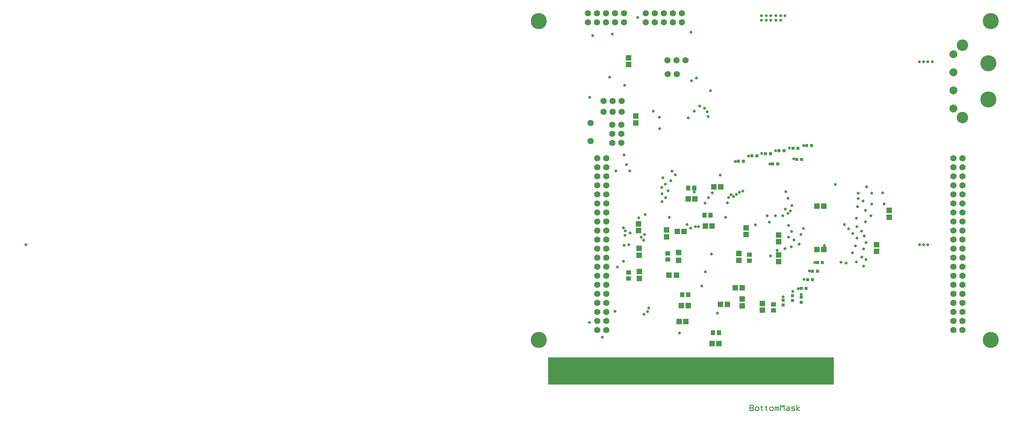
<source format=gbs>
%FSLAX24Y24*%
%MOIN*%
G70*
G01*
G75*
%ADD10C,0.0080*%
%ADD11R,0.2400X0.2600*%
%ADD12R,0.0600X0.1000*%
%ADD13R,0.0400X0.0400*%
%ADD14R,0.0300X0.0300*%
%ADD15R,0.0350X0.0200*%
%ADD16R,0.1024X0.1417*%
%ADD17R,0.0630X0.0630*%
%ADD18R,0.0472X0.0433*%
%ADD19R,0.0600X0.0600*%
%ADD20R,0.1024X0.0630*%
%ADD21R,0.0433X0.0472*%
%ADD22R,0.0787X0.1496*%
%ADD23R,0.0354X0.0315*%
%ADD24R,0.1102X0.2126*%
%ADD25R,0.1417X0.1024*%
%ADD26R,0.1024X0.1417*%
%ADD27O,0.0630X0.0115*%
%ADD28R,0.0630X0.0115*%
%ADD29R,0.0315X0.0354*%
%ADD30R,0.0394X0.0551*%
%ADD31R,0.0394X0.0394*%
%ADD32O,0.0866X0.0256*%
%ADD33O,0.0256X0.0866*%
%ADD34R,0.0256X0.0866*%
%ADD35R,0.0945X0.0315*%
%ADD36O,0.0945X0.0315*%
%ADD37R,0.0157X0.0531*%
%ADD38O,0.0400X0.2000*%
%ADD39R,0.2126X0.1102*%
%ADD40O,0.0600X0.1700*%
%ADD41R,0.0600X0.1700*%
%ADD42R,0.0551X0.0512*%
%ADD43R,0.0200X0.0350*%
%ADD44R,0.0500X0.0180*%
%ADD45O,0.0115X0.0630*%
%ADD46O,0.0115X0.0630*%
%ADD47O,0.0630X0.0115*%
%ADD48R,0.0630X0.0114*%
%ADD49C,0.0100*%
%ADD50C,0.0090*%
%ADD51C,0.0070*%
%ADD52C,0.0150*%
%ADD53C,0.0200*%
%ADD54C,0.0800*%
%ADD55C,0.0250*%
%ADD56C,0.0120*%
%ADD57C,0.0197*%
%ADD58R,0.2035X0.2420*%
%ADD59C,0.0620*%
%ADD60C,0.1700*%
%ADD61C,0.1184*%
%ADD62C,0.0800*%
%ADD63C,0.0250*%
%ADD64R,0.0512X0.0551*%
%ADD65C,0.0280*%
%ADD66C,0.0220*%
%ADD67C,0.0079*%
%ADD68C,0.0098*%
%ADD69C,0.0010*%
%ADD70R,3.1600X0.3000*%
%ADD71R,0.2480X0.2680*%
%ADD72R,0.0680X0.1080*%
%ADD73R,0.0480X0.0480*%
%ADD74R,0.0380X0.0380*%
%ADD75R,0.0430X0.0280*%
%ADD76R,0.1104X0.1497*%
%ADD77R,0.0710X0.0710*%
%ADD78R,0.0552X0.0513*%
%ADD79R,0.0680X0.0680*%
%ADD80R,0.1104X0.0710*%
%ADD81R,0.0513X0.0552*%
%ADD82R,0.0867X0.1576*%
%ADD83R,0.0434X0.0395*%
%ADD84R,0.1182X0.2206*%
%ADD85R,0.1497X0.1104*%
%ADD86R,0.1104X0.1497*%
%ADD87O,0.0710X0.0195*%
%ADD88R,0.0710X0.0195*%
%ADD89R,0.0395X0.0434*%
%ADD90R,0.0474X0.0631*%
%ADD91R,0.0474X0.0474*%
%ADD92O,0.0946X0.0336*%
%ADD93O,0.0336X0.0946*%
%ADD94R,0.0336X0.0946*%
%ADD95R,0.1025X0.0395*%
%ADD96O,0.1025X0.0395*%
%ADD97R,0.0237X0.0611*%
%ADD98O,0.0480X0.2080*%
%ADD99R,0.2206X0.1182*%
%ADD100O,0.0680X0.1780*%
%ADD101R,0.0680X0.1780*%
%ADD102R,0.0631X0.0592*%
%ADD103R,0.0280X0.0430*%
%ADD104R,0.0580X0.0260*%
%ADD105O,0.0195X0.0710*%
%ADD106O,0.0195X0.0710*%
%ADD107O,0.0710X0.0195*%
%ADD108R,0.0710X0.0194*%
%ADD109C,0.0700*%
%ADD110C,0.1780*%
%ADD111C,0.1264*%
%ADD112C,0.0880*%
%ADD113C,0.0330*%
%ADD114R,0.0592X0.0631*%
D49*
X87450Y20610D02*
Y20010D01*
X87750D01*
X87850Y20110D01*
Y20210D01*
X87750Y20310D01*
X87450D01*
X87750D01*
X87850Y20410D01*
Y20510D01*
X87750Y20610D01*
X87450D01*
X88150Y20010D02*
X88350D01*
X88450Y20110D01*
Y20310D01*
X88350Y20410D01*
X88150D01*
X88050Y20310D01*
Y20110D01*
X88150Y20010D01*
X88750Y20510D02*
Y20410D01*
X88650D01*
X88850D01*
X88750D01*
Y20110D01*
X88850Y20010D01*
X89249Y20510D02*
Y20410D01*
X89149D01*
X89349D01*
X89249D01*
Y20110D01*
X89349Y20010D01*
X89749D02*
X89949D01*
X90049Y20110D01*
Y20310D01*
X89949Y20410D01*
X89749D01*
X89649Y20310D01*
Y20110D01*
X89749Y20010D01*
X90249D02*
Y20410D01*
X90349D01*
X90449Y20310D01*
Y20010D01*
Y20310D01*
X90549Y20410D01*
X90649Y20310D01*
Y20010D01*
X90849D02*
Y20610D01*
X91049Y20410D01*
X91249Y20610D01*
Y20010D01*
X91549Y20410D02*
X91749D01*
X91849Y20310D01*
Y20010D01*
X91549D01*
X91449Y20110D01*
X91549Y20210D01*
X91849D01*
X92049Y20010D02*
X92348D01*
X92448Y20110D01*
X92348Y20210D01*
X92148D01*
X92049Y20310D01*
X92148Y20410D01*
X92448D01*
X92648Y20010D02*
Y20610D01*
Y20210D02*
X92948Y20410D01*
X92648Y20210D02*
X92948Y20010D01*
D70*
X80954Y24370D02*
D03*
D74*
X93754Y49330D02*
D03*
X94304D02*
D03*
X94404Y35430D02*
D03*
X91154Y31680D02*
D03*
X92204Y32180D02*
D03*
Y32730D02*
D03*
X94404Y34480D02*
D03*
X93854D02*
D03*
X95504Y36380D02*
D03*
X94954D02*
D03*
X93164Y32550D02*
D03*
Y32000D02*
D03*
X93154Y33530D02*
D03*
X93704D02*
D03*
X94954Y35430D02*
D03*
X91154Y32230D02*
D03*
X92254Y49030D02*
D03*
X92804D02*
D03*
X86754Y47580D02*
D03*
X86204D02*
D03*
X91254Y48738D02*
D03*
X90704D02*
D03*
X90004Y47280D02*
D03*
X90554D02*
D03*
X92654Y47780D02*
D03*
X93204D02*
D03*
X89204Y48430D02*
D03*
X89754D02*
D03*
X88254Y48180D02*
D03*
X87704D02*
D03*
D78*
X90085Y31750D02*
D03*
Y31081D02*
D03*
X74054Y34630D02*
D03*
Y35299D02*
D03*
X78394Y36722D02*
D03*
Y37392D02*
D03*
X87419Y36595D02*
D03*
Y37264D02*
D03*
D81*
X80654Y32830D02*
D03*
X79984D02*
D03*
X80654Y44630D02*
D03*
X81323D02*
D03*
X84054Y28630D02*
D03*
X83384D02*
D03*
X82454Y41630D02*
D03*
X83123D02*
D03*
D98*
X70704Y24820D02*
D03*
X96204D02*
D03*
X95704D02*
D03*
X95204D02*
D03*
X94704D02*
D03*
X94204D02*
D03*
X93704D02*
D03*
X93204D02*
D03*
X92704D02*
D03*
X92204D02*
D03*
X91704D02*
D03*
X91204D02*
D03*
X89704D02*
D03*
X89204D02*
D03*
X88704D02*
D03*
X88204D02*
D03*
X87704D02*
D03*
X87204D02*
D03*
X86704D02*
D03*
X86204D02*
D03*
X85704D02*
D03*
X85204D02*
D03*
X84704D02*
D03*
X84204D02*
D03*
X83704D02*
D03*
X83204D02*
D03*
X82704D02*
D03*
X82204D02*
D03*
X81704D02*
D03*
X81204D02*
D03*
X80704D02*
D03*
X80204D02*
D03*
X79704D02*
D03*
X79204D02*
D03*
X78704D02*
D03*
X78204D02*
D03*
X77704D02*
D03*
X77204D02*
D03*
X76704D02*
D03*
X76204D02*
D03*
X75704D02*
D03*
X75204D02*
D03*
X74704D02*
D03*
X74204D02*
D03*
X73704D02*
D03*
X73204D02*
D03*
X72704D02*
D03*
X72204D02*
D03*
X70204D02*
D03*
X69704D02*
D03*
X69204D02*
D03*
X68704D02*
D03*
X68204D02*
D03*
X67704D02*
D03*
X67204D02*
D03*
X66704D02*
D03*
X66204D02*
D03*
X65704D02*
D03*
D102*
X79594Y36622D02*
D03*
Y37470D02*
D03*
X90654Y37230D02*
D03*
Y36482D02*
D03*
X74854Y51830D02*
D03*
Y52578D02*
D03*
X75150Y39902D02*
D03*
Y40650D02*
D03*
X86619Y32343D02*
D03*
Y31595D02*
D03*
X88850Y31102D02*
D03*
Y31850D02*
D03*
X75219Y37943D02*
D03*
Y37195D02*
D03*
X90654Y38682D02*
D03*
Y39430D02*
D03*
X75254Y35378D02*
D03*
Y34630D02*
D03*
X86254Y37378D02*
D03*
Y36630D02*
D03*
X87054Y39482D02*
D03*
Y40230D02*
D03*
X101500Y37602D02*
D03*
Y38350D02*
D03*
X102892Y41393D02*
D03*
Y42141D02*
D03*
X74054Y59030D02*
D03*
Y58282D02*
D03*
X78254Y39230D02*
D03*
Y39978D02*
D03*
D109*
X109994Y47930D02*
D03*
X110994Y43930D02*
D03*
X109994Y42930D02*
D03*
X110994Y38930D02*
D03*
X109994Y37930D02*
D03*
X110994Y33930D02*
D03*
X109994Y32930D02*
D03*
X110994Y28930D02*
D03*
Y29930D02*
D03*
Y30930D02*
D03*
Y31930D02*
D03*
Y32930D02*
D03*
Y34930D02*
D03*
Y35930D02*
D03*
Y36930D02*
D03*
Y37930D02*
D03*
Y39930D02*
D03*
Y40930D02*
D03*
Y41930D02*
D03*
Y42930D02*
D03*
Y44930D02*
D03*
Y45930D02*
D03*
Y46930D02*
D03*
Y47930D02*
D03*
X109994Y28930D02*
D03*
Y29930D02*
D03*
Y30930D02*
D03*
Y31930D02*
D03*
Y33930D02*
D03*
Y34930D02*
D03*
Y35930D02*
D03*
Y36930D02*
D03*
Y38930D02*
D03*
Y39930D02*
D03*
Y40930D02*
D03*
Y41930D02*
D03*
Y43930D02*
D03*
Y44930D02*
D03*
Y45930D02*
D03*
Y46930D02*
D03*
X71594Y47930D02*
D03*
X70594Y29930D02*
D03*
X71594Y28930D02*
D03*
X70594D02*
D03*
X71594Y29930D02*
D03*
X70594Y47930D02*
D03*
X71594Y30930D02*
D03*
X70594D02*
D03*
X71594Y31930D02*
D03*
X70594D02*
D03*
X71594Y32930D02*
D03*
X70594D02*
D03*
X71594Y33930D02*
D03*
X70594D02*
D03*
X71594Y34930D02*
D03*
X70594D02*
D03*
X71594Y35930D02*
D03*
X70594D02*
D03*
X71594Y36930D02*
D03*
X70594D02*
D03*
X71594Y37930D02*
D03*
X70594D02*
D03*
X71594Y38930D02*
D03*
X70594D02*
D03*
X71594Y39930D02*
D03*
X70594D02*
D03*
X71594Y40930D02*
D03*
X70594D02*
D03*
X71594Y41930D02*
D03*
X70594D02*
D03*
X71594Y42930D02*
D03*
X70594D02*
D03*
X71594Y43930D02*
D03*
X70594D02*
D03*
X71594Y44930D02*
D03*
X70594D02*
D03*
X71594Y46930D02*
D03*
X70594D02*
D03*
X71594Y45930D02*
D03*
X70594D02*
D03*
X73574Y63960D02*
D03*
Y62960D02*
D03*
X72574Y63960D02*
D03*
Y62960D02*
D03*
X71574Y63960D02*
D03*
Y62960D02*
D03*
X70574Y63960D02*
D03*
X69574D02*
D03*
X69574Y62960D02*
D03*
X78374Y58760D02*
D03*
X79374Y58760D02*
D03*
X80374D02*
D03*
X70574Y62960D02*
D03*
X75974Y62960D02*
D03*
X76974Y62960D02*
D03*
X77974D02*
D03*
X78974D02*
D03*
X79974D02*
D03*
X75974Y63960D02*
D03*
X76974D02*
D03*
X77974D02*
D03*
X78974D02*
D03*
X79974D02*
D03*
X73254Y49630D02*
D03*
X72254Y51630D02*
D03*
X72254Y49630D02*
D03*
X73254Y50630D02*
D03*
Y51630D02*
D03*
X72254Y50630D02*
D03*
X69854Y49830D02*
D03*
Y51830D02*
D03*
X78394Y57210D02*
D03*
X79394Y57210D02*
D03*
X72304Y54240D02*
D03*
X71304D02*
D03*
X73304D02*
D03*
X72300Y53050D02*
D03*
X73300D02*
D03*
X71300D02*
D03*
D110*
X113852Y58410D02*
D03*
Y54410D02*
D03*
X64114Y27820D02*
D03*
Y63070D02*
D03*
X114114D02*
D03*
Y27820D02*
D03*
D111*
X110994Y60410D02*
D03*
Y52410D02*
D03*
D112*
X109994Y59410D02*
D03*
Y57410D02*
D03*
Y55410D02*
D03*
Y53410D02*
D03*
D113*
X80660Y52370D02*
D03*
X83883Y30789D02*
D03*
X70104Y61490D02*
D03*
X93164Y32860D02*
D03*
X91164Y32590D02*
D03*
X93164Y32860D02*
D03*
X92224Y33180D02*
D03*
X92834Y33470D02*
D03*
X93474Y34510D02*
D03*
X94074Y35440D02*
D03*
X94655Y36392D02*
D03*
X82154Y33780D02*
D03*
X90300Y41562D02*
D03*
X84194Y46050D02*
D03*
X83124Y55400D02*
D03*
X81934Y53700D02*
D03*
X82564Y35340D02*
D03*
X82754Y53040D02*
D03*
X83214Y37330D02*
D03*
X82444Y53450D02*
D03*
X82512Y42943D02*
D03*
X82864Y52530D02*
D03*
X82900Y43538D02*
D03*
X80944Y61860D02*
D03*
X75044Y63480D02*
D03*
X72824Y35870D02*
D03*
X73484Y36530D02*
D03*
X88093Y40553D02*
D03*
X102164Y44100D02*
D03*
X89694Y47280D02*
D03*
X85844Y47550D02*
D03*
X92334Y47860D02*
D03*
X87334Y48150D02*
D03*
X88804Y48440D02*
D03*
X90334Y48738D02*
D03*
X91854Y49050D02*
D03*
X93434Y49320D02*
D03*
X100394Y44760D02*
D03*
X84794Y41380D02*
D03*
X100944Y44060D02*
D03*
X84976Y42992D02*
D03*
X99454Y44040D02*
D03*
X85124Y43570D02*
D03*
X99447Y43450D02*
D03*
X85394Y43870D02*
D03*
X99984Y43180D02*
D03*
X85674Y43680D02*
D03*
X100954Y42840D02*
D03*
X85994Y43910D02*
D03*
X102334Y42850D02*
D03*
X99404Y42550D02*
D03*
X86320Y44140D02*
D03*
X89392Y41566D02*
D03*
X100270Y42140D02*
D03*
X86694Y44300D02*
D03*
X100864Y41540D02*
D03*
X91464Y44220D02*
D03*
X99244Y41290D02*
D03*
X91704Y43500D02*
D03*
X100254Y40890D02*
D03*
X92124Y42700D02*
D03*
X97914Y40580D02*
D03*
X91944Y42090D02*
D03*
X99334Y40350D02*
D03*
X91684Y41820D02*
D03*
X98384Y40110D02*
D03*
X99824Y39860D02*
D03*
X91134Y41550D02*
D03*
X100074Y35990D02*
D03*
X89774Y37120D02*
D03*
X99264Y36440D02*
D03*
X97544Y36410D02*
D03*
X100334Y36710D02*
D03*
X90504Y37710D02*
D03*
X91374Y37910D02*
D03*
X99874Y36990D02*
D03*
X92054Y38120D02*
D03*
X98814Y37460D02*
D03*
X92914Y38410D02*
D03*
X100044Y37880D02*
D03*
X92344Y38900D02*
D03*
X99164Y38211D02*
D03*
X91744Y39180D02*
D03*
X100324Y38600D02*
D03*
X93134Y39480D02*
D03*
X92104Y39820D02*
D03*
X99314Y39070D02*
D03*
X93394Y40150D02*
D03*
X100114Y39320D02*
D03*
X91744Y40470D02*
D03*
X98864Y39590D02*
D03*
X73822Y47225D02*
D03*
X73614Y55980D02*
D03*
X73546Y48287D02*
D03*
X80524Y40600D02*
D03*
X78866Y46481D02*
D03*
X79224Y46079D02*
D03*
X77874Y45737D02*
D03*
X78717Y45415D02*
D03*
X78130Y45043D02*
D03*
X77725Y44670D02*
D03*
X78419Y44307D02*
D03*
X77750Y43984D02*
D03*
X78155Y43546D02*
D03*
X77758Y43124D02*
D03*
X75178Y41330D02*
D03*
X72564Y30990D02*
D03*
X76294Y31351D02*
D03*
X69734Y29750D02*
D03*
X73484Y40220D02*
D03*
X73684Y39900D02*
D03*
X74214Y39650D02*
D03*
X73674Y39390D02*
D03*
X75834Y39470D02*
D03*
X75444Y39170D02*
D03*
X75724Y38860D02*
D03*
X73574Y38280D02*
D03*
X74094Y38350D02*
D03*
X7384xØï                                                                                                                                                                                                                                                                                                                                                                                                                                                                                                                                                                                                                                                                                                                                                                                                                                                                                                                                                                                                                                                                                                                                                                                                                                                                                                                                                                                                                                                                                                                                                                                                                                                                                                                                                                                                                                                                                                                                                                                                                                                                                                                                                                                                                                                                                                                                                                                                                                                                                                                                                                                                                                                                                                                                                                                                                                                                                                                                                                                                                                                                                                                                                                                                                                                                                                                                                                                                                                                                                                                                                                                                                                                                                                                                                                                                                                                                                                                                                                                                                                                                                                                                                                                                                                                                                                                                                                                                                                                                                                                                                                                                                                                                                                                                                                                                                                                                                                                                                                                                                                                                                                                                                                                                                                                                                                                                                                                                                                                                                                                                                                                                                                                                                                                                                                                                                                                                                                                                                                                                                                                                                                                                                                                                                                                                                                                                                                                        02*
D03*
X107174D02*
D03*
X106704D02*
D03*
X106244D02*
D03*
X107654Y58600D02*
D03*
X107154D02*
D03*
X106684D02*
D03*
X106224D02*
D03*
X90884Y63170D02*
D03*
X90344D02*
D03*
X89794D02*
D03*
X89284D02*
D03*
X88754D02*
D03*
X91374Y63680D02*
D03*
X90884D02*
D03*
X90344D02*
D03*
X89794D02*
D03*
X89284D02*
D03*
X88754D02*
D03*
X72264Y61650D02*
D03*
X81014Y56480D02*
D03*
X80934Y40200D02*
D03*
X81444Y40350D02*
D03*
X81320Y53110D02*
D03*
X81804Y40360D02*
D03*
X81574Y56800D02*
D03*
X83334Y44070D02*
D03*
X95714Y38250D02*
D03*
X76162Y30963D02*
D03*
X71154Y28110D02*
D03*
X69754Y54640D02*
D03*
X71944Y56870D02*
D03*
X81334Y44200D02*
D03*
X98134Y36320D02*
D03*
X96914Y45010D02*
D03*
X74184Y46520D02*
D03*
X75906Y41678D02*
D03*
X72654Y46530D02*
D03*
X77444Y52440D02*
D03*
X76804Y53110D02*
D03*
X77504Y51180D02*
D03*
X78568Y41372D02*
D03*
X75757Y30648D02*
D03*
X91375Y42273D02*
D03*
X89614Y40867D02*
D03*
X79706Y28581D02*
D03*
D114*
X79454Y39830D02*
D03*
X80202D02*
D03*
X78519Y34995D02*
D03*
X79367D02*
D03*
X80400Y29850D02*
D03*
X79652D02*
D03*
X84236Y31739D02*
D03*
X84984D02*
D03*
X83306Y27430D02*
D03*
X84054D02*
D03*
X81402Y43430D02*
D03*
X80654D02*
D03*
X85871Y33595D02*
D03*
X86619D02*
D03*
X83302Y40430D02*
D03*
X82554D02*
D03*
X79906Y31630D02*
D03*
X80654D02*
D03*
X84248Y44750D02*
D03*
X83500D02*
D03*
X94906Y37830D02*
D03*
X95654D02*
D03*
Y42630D02*
D03*
X94906D02*
D03*
M02*

</source>
